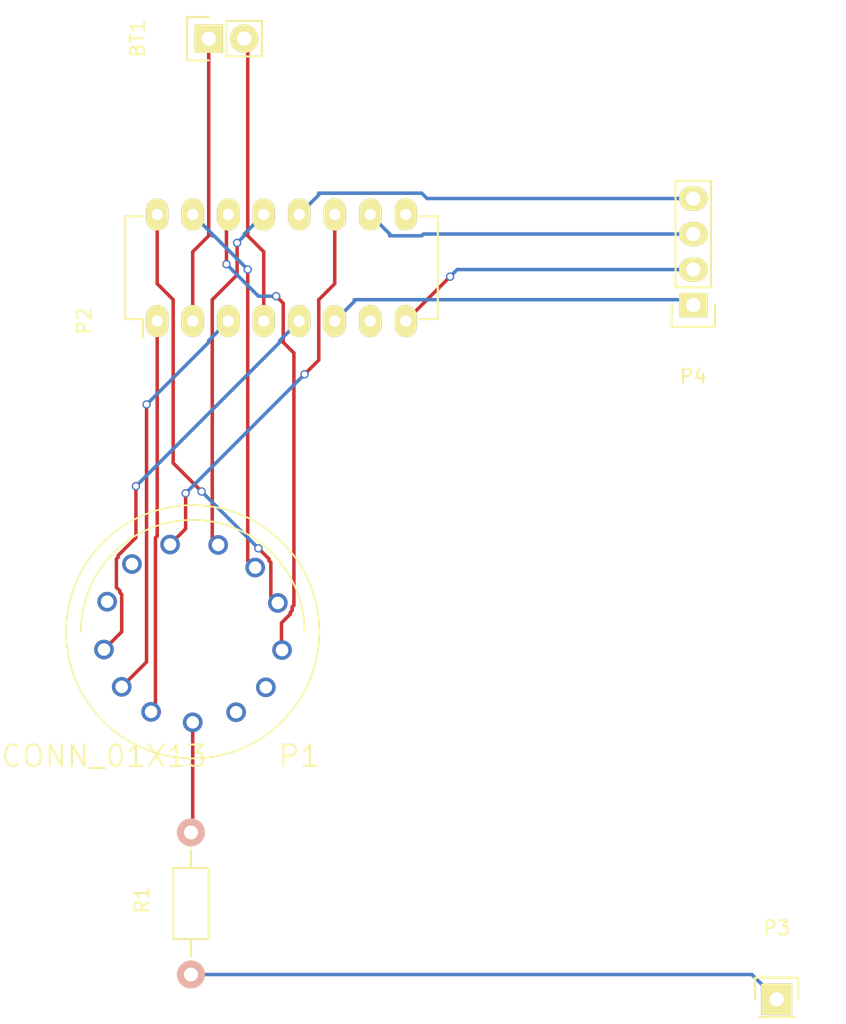
<source format=kicad_pcb>
(kicad_pcb (version 4) (host pcbnew 4.0.4-stable)

  (general
    (links 18)
    (no_connects 2)
    (area 218.44 60.706 279.273 134.239)
    (thickness 1.6)
    (drawings 0)
    (tracks 111)
    (zones 0)
    (modules 6)
    (nets 21)
  )

  (page A4)
  (layers
    (0 F.Cu signal)
    (31 B.Cu signal)
    (32 B.Adhes user)
    (33 F.Adhes user)
    (34 B.Paste user)
    (35 F.Paste user)
    (36 B.SilkS user)
    (37 F.SilkS user)
    (38 B.Mask user)
    (39 F.Mask user)
    (40 Dwgs.User user)
    (41 Cmts.User user)
    (42 Eco1.User user)
    (43 Eco2.User user)
    (44 Edge.Cuts user)
    (45 Margin user)
    (46 B.CrtYd user)
    (47 F.CrtYd user)
    (48 B.Fab user)
    (49 F.Fab user)
  )

  (setup
    (last_trace_width 0.25)
    (trace_clearance 0.2)
    (zone_clearance 0.508)
    (zone_45_only no)
    (trace_min 0.2)
    (segment_width 0.2)
    (edge_width 0.15)
    (via_size 0.6)
    (via_drill 0.4)
    (via_min_size 0.4)
    (via_min_drill 0.3)
    (uvia_size 0.3)
    (uvia_drill 0.1)
    (uvias_allowed no)
    (uvia_min_size 0.2)
    (uvia_min_drill 0.1)
    (pcb_text_width 0.3)
    (pcb_text_size 1.5 1.5)
    (mod_edge_width 0.15)
    (mod_text_size 1 1)
    (mod_text_width 0.15)
    (pad_size 1.524 1.524)
    (pad_drill 0.762)
    (pad_to_mask_clearance 0.2)
    (aux_axis_origin 0 0)
    (visible_elements FFFFFF7F)
    (pcbplotparams
      (layerselection 0x00030_80000001)
      (usegerberextensions false)
      (excludeedgelayer true)
      (linewidth 0.100000)
      (plotframeref false)
      (viasonmask false)
      (mode 1)
      (useauxorigin false)
      (hpglpennumber 1)
      (hpglpenspeed 20)
      (hpglpendiameter 15)
      (hpglpenoverlay 2)
      (psnegative false)
      (psa4output false)
      (plotreference true)
      (plotvalue true)
      (plotinvisibletext false)
      (padsonsilk false)
      (subtractmaskfromsilk false)
      (outputformat 1)
      (mirror false)
      (drillshape 1)
      (scaleselection 1)
      (outputdirectory ""))
  )

  (net 0 "")
  (net 1 "Net-(BT1-Pad1)")
  (net 2 "Net-(BT1-Pad2)")
  (net 3 "Net-(P1-Pad9)")
  (net 4 "Net-(P1-Pad8)")
  (net 5 "Net-(P1-Pad11)")
  (net 6 "Net-(P1-Pad10)")
  (net 7 "Net-(P1-Pad6)")
  (net 8 "Net-(P1-Pad5)")
  (net 9 "Net-(P1-Pad1)")
  (net 10 "Net-(P1-Pad3)")
  (net 11 "Net-(P1-Pad4)")
  (net 12 "Net-(P1-Pad12)")
  (net 13 "Net-(P1-Pad2)")
  (net 14 "Net-(P1-Pad7)")
  (net 15 "Net-(P1-Pad13)")
  (net 16 "Net-(P2-Pad6)")
  (net 17 "Net-(P2-Pad8)")
  (net 18 "Net-(P2-Pad10)")
  (net 19 "Net-(P2-Pad12)")
  (net 20 "Net-(P3-Pad1)")

  (net_class Default "Esta é a classe de net default."
    (clearance 0.2)
    (trace_width 0.25)
    (via_dia 0.6)
    (via_drill 0.4)
    (uvia_dia 0.3)
    (uvia_drill 0.1)
    (add_net "Net-(BT1-Pad1)")
    (add_net "Net-(BT1-Pad2)")
    (add_net "Net-(P1-Pad1)")
    (add_net "Net-(P1-Pad10)")
    (add_net "Net-(P1-Pad11)")
    (add_net "Net-(P1-Pad12)")
    (add_net "Net-(P1-Pad13)")
    (add_net "Net-(P1-Pad2)")
    (add_net "Net-(P1-Pad3)")
    (add_net "Net-(P1-Pad4)")
    (add_net "Net-(P1-Pad5)")
    (add_net "Net-(P1-Pad6)")
    (add_net "Net-(P1-Pad7)")
    (add_net "Net-(P1-Pad8)")
    (add_net "Net-(P1-Pad9)")
    (add_net "Net-(P2-Pad10)")
    (add_net "Net-(P2-Pad12)")
    (add_net "Net-(P2-Pad6)")
    (add_net "Net-(P2-Pad8)")
    (add_net "Net-(P3-Pad1)")
  )

  (module Pin_Headers:Pin_Header_Straight_1x02 (layer F.Cu) (tedit 54EA090C) (tstamp 57F6B7CF)
    (at 233.553 63.627 90)
    (descr "Through hole pin header")
    (tags "pin header")
    (path /57F5A8E5)
    (fp_text reference BT1 (at 0 -5.1 90) (layer F.SilkS)
      (effects (font (size 1 1) (thickness 0.15)))
    )
    (fp_text value Battery (at 0 -3.1 90) (layer F.Fab)
      (effects (font (size 1 1) (thickness 0.15)))
    )
    (fp_line (start 1.27 1.27) (end 1.27 3.81) (layer F.SilkS) (width 0.15))
    (fp_line (start 1.55 -1.55) (end 1.55 0) (layer F.SilkS) (width 0.15))
    (fp_line (start -1.75 -1.75) (end -1.75 4.3) (layer F.CrtYd) (width 0.05))
    (fp_line (start 1.75 -1.75) (end 1.75 4.3) (layer F.CrtYd) (width 0.05))
    (fp_line (start -1.75 -1.75) (end 1.75 -1.75) (layer F.CrtYd) (width 0.05))
    (fp_line (start -1.75 4.3) (end 1.75 4.3) (layer F.CrtYd) (width 0.05))
    (fp_line (start 1.27 1.27) (end -1.27 1.27) (layer F.SilkS) (width 0.15))
    (fp_line (start -1.55 0) (end -1.55 -1.55) (layer F.SilkS) (width 0.15))
    (fp_line (start -1.55 -1.55) (end 1.55 -1.55) (layer F.SilkS) (width 0.15))
    (fp_line (start -1.27 1.27) (end -1.27 3.81) (layer F.SilkS) (width 0.15))
    (fp_line (start -1.27 3.81) (end 1.27 3.81) (layer F.SilkS) (width 0.15))
    (pad 1 thru_hole rect (at 0 0 90) (size 2.032 2.032) (drill 1.016) (layers *.Cu *.Mask F.SilkS)
      (net 1 "Net-(BT1-Pad1)"))
    (pad 2 thru_hole oval (at 0 2.54 90) (size 2.032 2.032) (drill 1.016) (layers *.Cu *.Mask F.SilkS)
      (net 2 "Net-(BT1-Pad2)"))
    (model Pin_Headers.3dshapes/Pin_Header_Straight_1x02.wrl
      (at (xyz 0 -0.05 0))
      (scale (xyz 1 1 1))
      (rotate (xyz 0 0 90))
    )
  )

  (module in14:IN-14-mod (layer F.Cu) (tedit 549D7016) (tstamp 57F6B7E2)
    (at 232.41 106.045)
    (descr "IN-14 Nixie")
    (path /57F5A7EA)
    (fp_text reference P1 (at 7.62 8.89) (layer F.SilkS)
      (effects (font (thickness 0.15)))
    )
    (fp_text value CONN_01X13 (at -6.35 8.89) (layer F.SilkS)
      (effects (font (thickness 0.15)))
    )
    (fp_arc (start 0 0) (end -8 0) (angle 180) (layer F.SilkS) (width 0.127))
    (fp_circle (center 0 0) (end 9.0553 0) (layer F.SilkS) (width 0.127))
    (pad 9 thru_hole circle (at -4.348 -4.846) (size 1.408 1.408) (drill 0.9) (layers *.Cu *.Mask)
      (net 3 "Net-(P1-Pad9)"))
    (pad 8 thru_hole circle (at -1.621 -6.243 180) (size 1.408 1.408) (drill 0.9) (layers *.Cu *.Mask)
      (net 4 "Net-(P1-Pad8)"))
    (pad 11 thru_hole circle (at -6.35 1.27) (size 1.408 1.408) (drill 0.9) (layers *.Cu *.Mask)
      (net 5 "Net-(P1-Pad11)"))
    (pad 10 thru_hole circle (at -6.12 -2.154) (size 1.408 1.408) (drill 0.9) (layers *.Cu *.Mask)
      (net 6 "Net-(P1-Pad10)"))
    (pad 6 thru_hole circle (at 4.469 -4.594) (size 1.408 1.408) (drill 0.9) (layers *.Cu *.Mask)
      (net 7 "Net-(P1-Pad6)"))
    (pad 5 thru_hole circle (at 6.089 -2.063) (size 1.408 1.408) (drill 0.9) (layers *.Cu *.Mask)
      (net 8 "Net-(P1-Pad5)"))
    (pad 1 thru_hole circle (at 0 6.477) (size 1.408 1.408) (drill 0.9) (layers *.Cu *.Mask)
      (net 9 "Net-(P1-Pad1)"))
    (pad 3 thru_hole circle (at 5.232 3.973) (size 1.408 1.408) (drill 0.9) (layers *.Cu *.Mask)
      (net 10 "Net-(P1-Pad3)"))
    (pad 4 thru_hole circle (at 6.393 1.307) (size 1.408 1.408) (drill 0.9) (layers *.Cu *.Mask)
      (net 11 "Net-(P1-Pad4)"))
    (pad 12 thru_hole circle (at -5.08 3.937) (size 1.408 1.408) (drill 0.9) (layers *.Cu *.Mask)
      (net 12 "Net-(P1-Pad12)"))
    (pad 2 thru_hole circle (at 3.104 5.752) (size 1.408 1.408) (drill 0.9) (layers *.Cu *.Mask)
      (net 13 "Net-(P1-Pad2)"))
    (pad 7 thru_hole circle (at 1.822 -6.213 180) (size 1.408 1.408) (drill 0.9) (layers *.Cu *.Mask)
      (net 14 "Net-(P1-Pad7)"))
    (pad 13 thru_hole circle (at -2.978 5.725) (size 1.408 1.408) (drill 0.9) (layers *.Cu *.Mask)
      (net 15 "Net-(P1-Pad13)"))
  )

  (module Housings_DIP:DIP-16_W7.62mm_LongPads (layer F.Cu) (tedit 54130A77) (tstamp 57F6B801)
    (at 229.87 83.82 90)
    (descr "16-lead dip package, row spacing 7.62 mm (300 mils), longer pads")
    (tags "dil dip 2.54 300")
    (path /57F5A9BE)
    (fp_text reference P2 (at 0 -5.22 90) (layer F.SilkS)
      (effects (font (size 1 1) (thickness 0.15)))
    )
    (fp_text value CONN_02X08 (at 0 -3.72 90) (layer F.Fab)
      (effects (font (size 1 1) (thickness 0.15)))
    )
    (fp_line (start -1.4 -2.45) (end -1.4 20.25) (layer F.CrtYd) (width 0.05))
    (fp_line (start 9 -2.45) (end 9 20.25) (layer F.CrtYd) (width 0.05))
    (fp_line (start -1.4 -2.45) (end 9 -2.45) (layer F.CrtYd) (width 0.05))
    (fp_line (start -1.4 20.25) (end 9 20.25) (layer F.CrtYd) (width 0.05))
    (fp_line (start 0.135 -2.295) (end 0.135 -1.025) (layer F.SilkS) (width 0.15))
    (fp_line (start 7.485 -2.295) (end 7.485 -1.025) (layer F.SilkS) (width 0.15))
    (fp_line (start 7.485 20.075) (end 7.485 18.805) (layer F.SilkS) (width 0.15))
    (fp_line (start 0.135 20.075) (end 0.135 18.805) (layer F.SilkS) (width 0.15))
    (fp_line (start 0.135 -2.295) (end 7.485 -2.295) (layer F.SilkS) (width 0.15))
    (fp_line (start 0.135 20.075) (end 7.485 20.075) (layer F.SilkS) (width 0.15))
    (fp_line (start 0.135 -1.025) (end -1.15 -1.025) (layer F.SilkS) (width 0.15))
    (pad 1 thru_hole oval (at 0 0 90) (size 2.3 1.6) (drill 0.8) (layers *.Cu *.Mask F.SilkS)
      (net 15 "Net-(P1-Pad13)"))
    (pad 2 thru_hole oval (at 0 2.54 90) (size 2.3 1.6) (drill 0.8) (layers *.Cu *.Mask F.SilkS)
      (net 1 "Net-(BT1-Pad1)"))
    (pad 3 thru_hole oval (at 0 5.08 90) (size 2.3 1.6) (drill 0.8) (layers *.Cu *.Mask F.SilkS)
      (net 12 "Net-(P1-Pad12)"))
    (pad 4 thru_hole oval (at 0 7.62 90) (size 2.3 1.6) (drill 0.8) (layers *.Cu *.Mask F.SilkS)
      (net 2 "Net-(BT1-Pad2)"))
    (pad 5 thru_hole oval (at 0 10.16 90) (size 2.3 1.6) (drill 0.8) (layers *.Cu *.Mask F.SilkS)
      (net 5 "Net-(P1-Pad11)"))
    (pad 6 thru_hole oval (at 0 12.7 90) (size 2.3 1.6) (drill 0.8) (layers *.Cu *.Mask F.SilkS)
      (net 16 "Net-(P2-Pad6)"))
    (pad 7 thru_hole oval (at 0 15.24 90) (size 2.3 1.6) (drill 0.8) (layers *.Cu *.Mask F.SilkS)
      (net 6 "Net-(P1-Pad10)"))
    (pad 8 thru_hole oval (at 0 17.78 90) (size 2.3 1.6) (drill 0.8) (layers *.Cu *.Mask F.SilkS)
      (net 17 "Net-(P2-Pad8)"))
    (pad 9 thru_hole oval (at 7.62 17.78 90) (size 2.3 1.6) (drill 0.8) (layers *.Cu *.Mask F.SilkS)
      (net 3 "Net-(P1-Pad9)"))
    (pad 10 thru_hole oval (at 7.62 15.24 90) (size 2.3 1.6) (drill 0.8) (layers *.Cu *.Mask F.SilkS)
      (net 18 "Net-(P2-Pad10)"))
    (pad 11 thru_hole oval (at 7.62 12.7 90) (size 2.3 1.6) (drill 0.8) (layers *.Cu *.Mask F.SilkS)
      (net 4 "Net-(P1-Pad8)"))
    (pad 12 thru_hole oval (at 7.62 10.16 90) (size 2.3 1.6) (drill 0.8) (layers *.Cu *.Mask F.SilkS)
      (net 19 "Net-(P2-Pad12)"))
    (pad 13 thru_hole oval (at 7.62 7.62 90) (size 2.3 1.6) (drill 0.8) (layers *.Cu *.Mask F.SilkS)
      (net 14 "Net-(P1-Pad7)"))
    (pad 14 thru_hole oval (at 7.62 5.08 90) (size 2.3 1.6) (drill 0.8) (layers *.Cu *.Mask F.SilkS)
      (net 11 "Net-(P1-Pad4)"))
    (pad 15 thru_hole oval (at 7.62 2.54 90) (size 2.3 1.6) (drill 0.8) (layers *.Cu *.Mask F.SilkS)
      (net 7 "Net-(P1-Pad6)"))
    (pad 16 thru_hole oval (at 7.62 0 90) (size 2.3 1.6) (drill 0.8) (layers *.Cu *.Mask F.SilkS)
      (net 8 "Net-(P1-Pad5)"))
    (model Housings_DIP.3dshapes/DIP-16_W7.62mm_LongPads.wrl
      (at (xyz 0 0 0))
      (scale (xyz 1 1 1))
      (rotate (xyz 0 0 0))
    )
  )

  (module Pin_Headers:Pin_Header_Straight_1x01 (layer F.Cu) (tedit 54EA08DC) (tstamp 57F6B80E)
    (at 274.193 132.334)
    (descr "Through hole pin header")
    (tags "pin header")
    (path /57F654D9)
    (fp_text reference P3 (at 0 -5.1) (layer F.SilkS)
      (effects (font (size 1 1) (thickness 0.15)))
    )
    (fp_text value CONN_01X01 (at 0 -3.1) (layer F.Fab)
      (effects (font (size 1 1) (thickness 0.15)))
    )
    (fp_line (start 1.55 -1.55) (end 1.55 0) (layer F.SilkS) (width 0.15))
    (fp_line (start -1.75 -1.75) (end -1.75 1.75) (layer F.CrtYd) (width 0.05))
    (fp_line (start 1.75 -1.75) (end 1.75 1.75) (layer F.CrtYd) (width 0.05))
    (fp_line (start -1.75 -1.75) (end 1.75 -1.75) (layer F.CrtYd) (width 0.05))
    (fp_line (start -1.75 1.75) (end 1.75 1.75) (layer F.CrtYd) (width 0.05))
    (fp_line (start -1.55 0) (end -1.55 -1.55) (layer F.SilkS) (width 0.15))
    (fp_line (start -1.55 -1.55) (end 1.55 -1.55) (layer F.SilkS) (width 0.15))
    (fp_line (start -1.27 1.27) (end 1.27 1.27) (layer F.SilkS) (width 0.15))
    (pad 1 thru_hole rect (at 0 0) (size 2.2352 2.2352) (drill 1.016) (layers *.Cu *.Mask F.SilkS)
      (net 20 "Net-(P3-Pad1)"))
    (model Pin_Headers.3dshapes/Pin_Header_Straight_1x01.wrl
      (at (xyz 0 0 0))
      (scale (xyz 1 1 1))
      (rotate (xyz 0 0 90))
    )
  )

  (module Pin_Headers:Pin_Header_Straight_1x04 (layer F.Cu) (tedit 0) (tstamp 57F6B821)
    (at 268.224 82.677 180)
    (descr "Through hole pin header")
    (tags "pin header")
    (path /57F5B03C)
    (fp_text reference P4 (at 0 -5.1 180) (layer F.SilkS)
      (effects (font (size 1 1) (thickness 0.15)))
    )
    (fp_text value CONN_01X04 (at 0 -3.1 180) (layer F.Fab)
      (effects (font (size 1 1) (thickness 0.15)))
    )
    (fp_line (start -1.75 -1.75) (end -1.75 9.4) (layer F.CrtYd) (width 0.05))
    (fp_line (start 1.75 -1.75) (end 1.75 9.4) (layer F.CrtYd) (width 0.05))
    (fp_line (start -1.75 -1.75) (end 1.75 -1.75) (layer F.CrtYd) (width 0.05))
    (fp_line (start -1.75 9.4) (end 1.75 9.4) (layer F.CrtYd) (width 0.05))
    (fp_line (start -1.27 1.27) (end -1.27 8.89) (layer F.SilkS) (width 0.15))
    (fp_line (start 1.27 1.27) (end 1.27 8.89) (layer F.SilkS) (width 0.15))
    (fp_line (start 1.55 -1.55) (end 1.55 0) (layer F.SilkS) (width 0.15))
    (fp_line (start -1.27 8.89) (end 1.27 8.89) (layer F.SilkS) (width 0.15))
    (fp_line (start 1.27 1.27) (end -1.27 1.27) (layer F.SilkS) (width 0.15))
    (fp_line (start -1.55 0) (end -1.55 -1.55) (layer F.SilkS) (width 0.15))
    (fp_line (start -1.55 -1.55) (end 1.55 -1.55) (layer F.SilkS) (width 0.15))
    (pad 1 thru_hole rect (at 0 0 180) (size 2.032 1.7272) (drill 1.016) (layers *.Cu *.Mask F.SilkS)
      (net 16 "Net-(P2-Pad6)"))
    (pad 2 thru_hole oval (at 0 2.54 180) (size 2.032 1.7272) (drill 1.016) (layers *.Cu *.Mask F.SilkS)
      (net 17 "Net-(P2-Pad8)"))
    (pad 3 thru_hole oval (at 0 5.08 180) (size 2.032 1.7272) (drill 1.016) (layers *.Cu *.Mask F.SilkS)
      (net 18 "Net-(P2-Pad10)"))
    (pad 4 thru_hole oval (at 0 7.62 180) (size 2.032 1.7272) (drill 1.016) (layers *.Cu *.Mask F.SilkS)
      (net 19 "Net-(P2-Pad12)"))
    (model Pin_Headers.3dshapes/Pin_Header_Straight_1x04.wrl
      (at (xyz 0 -0.15 0))
      (scale (xyz 1 1 1))
      (rotate (xyz 0 0 90))
    )
  )

  (module Resistors_ThroughHole:Resistor_Horizontal_RM10mm (layer F.Cu) (tedit 56648415) (tstamp 57F6B831)
    (at 232.283 130.556 90)
    (descr "Resistor, Axial,  RM 10mm, 1/3W")
    (tags "Resistor Axial RM 10mm 1/3W")
    (path /57F5B280)
    (fp_text reference R1 (at 5.32892 -3.50012 90) (layer F.SilkS)
      (effects (font (size 1 1) (thickness 0.15)))
    )
    (fp_text value R (at 5.08 3.81 90) (layer F.Fab)
      (effects (font (size 1 1) (thickness 0.15)))
    )
    (fp_line (start -1.25 -1.5) (end 11.4 -1.5) (layer F.CrtYd) (width 0.05))
    (fp_line (start -1.25 1.5) (end -1.25 -1.5) (layer F.CrtYd) (width 0.05))
    (fp_line (start 11.4 -1.5) (end 11.4 1.5) (layer F.CrtYd) (width 0.05))
    (fp_line (start -1.25 1.5) (end 11.4 1.5) (layer F.CrtYd) (width 0.05))
    (fp_line (start 2.54 -1.27) (end 7.62 -1.27) (layer F.SilkS) (width 0.15))
    (fp_line (start 7.62 -1.27) (end 7.62 1.27) (layer F.SilkS) (width 0.15))
    (fp_line (start 7.62 1.27) (end 2.54 1.27) (layer F.SilkS) (width 0.15))
    (fp_line (start 2.54 1.27) (end 2.54 -1.27) (layer F.SilkS) (width 0.15))
    (fp_line (start 2.54 0) (end 1.27 0) (layer F.SilkS) (width 0.15))
    (fp_line (start 7.62 0) (end 8.89 0) (layer F.SilkS) (width 0.15))
    (pad 1 thru_hole circle (at 0 0 90) (size 1.99898 1.99898) (drill 1.00076) (layers *.Cu *.SilkS *.Mask)
      (net 20 "Net-(P3-Pad1)"))
    (pad 2 thru_hole circle (at 10.16 0 90) (size 1.99898 1.99898) (drill 1.00076) (layers *.Cu *.SilkS *.Mask)
      (net 9 "Net-(P1-Pad1)"))
    (model Resistors_ThroughHole.3dshapes/Resistor_Horizontal_RM10mm.wrl
      (at (xyz 0.2 0 0))
      (scale (xyz 0.4 0.4 0.4))
      (rotate (xyz 0 0 0))
    )
  )

  (segment (start 233.553 63.627) (end 233.553 77.724) (width 0.25) (layer F.Cu) (net 1) (status 80000))
  (segment (start 233.553 77.724) (end 232.41 78.867) (width 0.25) (layer F.Cu) (net 1) (status 80000))
  (segment (start 232.41 78.867) (end 232.41 83.82) (width 0.25) (layer F.Cu) (net 1) (status 80000))
  (segment (start 236.093 63.627) (end 236.347 63.881) (width 0.25) (layer F.Cu) (net 2) (status 80000))
  (segment (start 236.347 63.881) (end 236.347 77.724) (width 0.25) (layer F.Cu) (net 2) (status 80000))
  (segment (start 236.347 77.724) (end 237.49 78.867) (width 0.25) (layer F.Cu) (net 2) (status 80000))
  (segment (start 237.49 78.867) (end 237.49 83.82) (width 0.25) (layer F.Cu) (net 2) (status 80000))
  (segment (start 230.789 99.802) (end 230.759 99.822) (width 0.25) (layer F.Cu) (net 4) (status 80000))
  (segment (start 230.759 99.822) (end 231.902 98.679) (width 0.25) (layer F.Cu) (net 4) (status 80000))
  (segment (start 231.902 98.679) (end 231.902 96.139) (width 0.25) (layer F.Cu) (net 4) (status 80000))
  (via (at 231.902 96.139) (size 0.6) (layers F.Cu B.Cu) (net 4) (status 80000))
  (segment (start 231.902 96.139) (end 240.411 87.63) (width 0.25) (layer B.Cu) (net 4) (status 80000))
  (via (at 240.411 87.63) (size 0.6) (layers F.Cu B.Cu) (net 4) (status 80000))
  (segment (start 240.411 87.63) (end 241.427 86.614) (width 0.25) (layer F.Cu) (net 4) (status 80000))
  (segment (start 241.427 86.614) (end 241.427 82.296) (width 0.25) (layer F.Cu) (net 4) (status 80000))
  (segment (start 241.427 82.296) (end 242.57 81.153) (width 0.25) (layer F.Cu) (net 4) (status 80000))
  (segment (start 242.57 81.153) (end 242.57 76.2) (width 0.25) (layer F.Cu) (net 4) (status 80000))
  (segment (start 226.06 107.315) (end 227.33 106.045) (width 0.25) (layer F.Cu) (net 5) (status 80000))
  (segment (start 227.33 106.045) (end 227.33 103.378) (width 0.25) (layer F.Cu) (net 5) (status 80000))
  (segment (start 227.33 103.378) (end 227.203 103.251) (width 0.25) (layer F.Cu) (net 5) (status 80000))
  (segment (start 227.203 103.251) (end 227.203 103.124) (width 0.25) (layer F.Cu) (net 5) (status 80000))
  (segment (start 227.203 103.124) (end 226.949 102.87) (width 0.25) (layer F.Cu) (net 5) (status 80000))
  (segment (start 226.949 102.87) (end 226.949 100.838) (width 0.25) (layer F.Cu) (net 5) (status 80000))
  (segment (start 226.949 100.838) (end 227.076 100.711) (width 0.25) (layer F.Cu) (net 5) (status 80000))
  (segment (start 227.076 100.711) (end 227.076 100.584) (width 0.25) (layer F.Cu) (net 5) (status 80000))
  (segment (start 227.076 100.584) (end 228.346 99.314) (width 0.25) (layer F.Cu) (net 5) (status 80000))
  (segment (start 228.346 99.314) (end 228.346 95.631) (width 0.25) (layer F.Cu) (net 5) (status 80000))
  (via (at 228.346 95.631) (size 0.6) (layers F.Cu B.Cu) (net 5) (status 80000))
  (segment (start 228.346 95.631) (end 238.633 85.344) (width 0.25) (layer B.Cu) (net 5) (status 80000))
  (segment (start 238.633 85.344) (end 238.633 85.217) (width 0.25) (layer B.Cu) (net 5) (status 80000))
  (segment (start 238.633 85.217) (end 240.03 83.82) (width 0.25) (layer B.Cu) (net 5) (status 80000))
  (segment (start 236.879 101.451) (end 236.855 101.473) (width 0.25) (layer F.Cu) (net 7) (status 80000))
  (segment (start 236.855 101.473) (end 236.347 100.965) (width 0.25) (layer F.Cu) (net 7) (status 80000))
  (segment (start 236.347 100.965) (end 236.347 80.137) (width 0.25) (layer F.Cu) (net 7) (status 80000))
  (via (at 236.347 80.137) (size 0.6) (layers F.Cu B.Cu) (net 7) (status 80000))
  (segment (start 236.347 80.137) (end 233.934 77.724) (width 0.25) (layer B.Cu) (net 7) (status 80000))
  (segment (start 233.934 77.724) (end 233.807 77.724) (width 0.25) (layer B.Cu) (net 7) (status 80000))
  (segment (start 233.807 77.724) (end 233.807 77.597) (width 0.25) (layer B.Cu) (net 7) (status 80000))
  (segment (start 233.807 77.597) (end 232.41 76.2) (width 0.25) (layer B.Cu) (net 7) (status 80000))
  (segment (start 238.499 103.982) (end 238.506 104.013) (width 0.25) (layer F.Cu) (net 8) (status 80000))
  (segment (start 238.506 104.013) (end 237.998 103.505) (width 0.25) (layer F.Cu) (net 8) (status 80000))
  (segment (start 237.998 103.505) (end 237.998 101.092) (width 0.25) (layer F.Cu) (net 8) (status 80000))
  (segment (start 237.998 101.092) (end 237.871 100.965) (width 0.25) (layer F.Cu) (net 8) (status 80000))
  (segment (start 237.871 100.965) (end 237.871 100.838) (width 0.25) (layer F.Cu) (net 8) (status 80000))
  (segment (start 237.871 100.838) (end 237.109 100.076) (width 0.25) (layer F.Cu) (net 8) (status 80000))
  (via (at 237.109 100.076) (size 0.6) (layers F.Cu B.Cu) (net 8) (status 80000))
  (segment (start 237.109 100.076) (end 233.045 96.012) (width 0.25) (layer B.Cu) (net 8) (status 80000))
  (via (at 233.045 96.012) (size 0.6) (layers F.Cu B.Cu) (net 8) (status 80000))
  (segment (start 233.045 96.012) (end 231.013 93.98) (width 0.25) (layer F.Cu) (net 8) (status 80000))
  (segment (start 231.013 93.98) (end 231.013 82.296) (width 0.25) (layer F.Cu) (net 8) (status 80000))
  (segment (start 231.013 82.296) (end 229.87 81.153) (width 0.25) (layer F.Cu) (net 8) (status 80000))
  (segment (start 229.87 81.153) (end 229.87 76.2) (width 0.25) (layer F.Cu) (net 8) (status 80000))
  (segment (start 232.283 120.396) (end 232.41 120.269) (width 0.25) (layer F.Cu) (net 9) (status 80000))
  (segment (start 232.41 120.269) (end 232.41 112.522) (width 0.25) (layer F.Cu) (net 9) (status 80000))
  (segment (start 234.95 76.2) (end 234.823 76.327) (width 0.25) (layer F.Cu) (net 11) (status 80000))
  (segment (start 234.823 76.327) (end 234.823 79.756) (width 0.25) (layer F.Cu) (net 11) (status 80000))
  (via (at 234.823 79.756) (size 0.6) (layers F.Cu B.Cu) (net 11) (status 80000))
  (segment (start 234.823 79.756) (end 237.109 82.042) (width 0.25) (layer B.Cu) (net 11) (status 80000))
  (segment (start 237.109 82.042) (end 238.379 82.042) (width 0.25) (layer B.Cu) (net 11) (status 80000))
  (via (at 238.379 82.042) (size 0.6) (layers F.Cu B.Cu) (net 11) (status 80000))
  (segment (start 238.379 82.042) (end 238.887 82.55) (width 0.25) (layer F.Cu) (net 11) (status 80000))
  (segment (start 238.887 82.55) (end 238.887 85.344) (width 0.25) (layer F.Cu) (net 11) (status 80000))
  (segment (start 238.887 85.344) (end 239.649 86.106) (width 0.25) (layer F.Cu) (net 11) (status 80000))
  (segment (start 239.649 86.106) (end 239.649 104.14) (width 0.25) (layer F.Cu) (net 11) (status 80000))
  (segment (start 239.649 104.14) (end 239.522 104.267) (width 0.25) (layer F.Cu) (net 11) (status 80000))
  (segment (start 239.522 104.267) (end 239.522 104.521) (width 0.25) (layer F.Cu) (net 11) (status 80000))
  (segment (start 239.522 104.521) (end 239.395 104.648) (width 0.25) (layer F.Cu) (net 11) (status 80000))
  (segment (start 239.395 104.648) (end 239.395 104.775) (width 0.25) (layer F.Cu) (net 11) (status 80000))
  (segment (start 239.395 104.775) (end 238.76 105.41) (width 0.25) (layer F.Cu) (net 11) (status 80000))
  (segment (start 238.76 105.41) (end 238.76 107.315) (width 0.25) (layer F.Cu) (net 11) (status 80000))
  (segment (start 238.76 107.315) (end 238.803 107.352) (width 0.25) (layer F.Cu) (net 11) (tstamp 57F6B9B0) (status 80000))
  (segment (start 227.33 109.982) (end 229.108 108.204) (width 0.25) (layer F.Cu) (net 12) (status 80000))
  (segment (start 229.108 108.204) (end 229.108 89.789) (width 0.25) (layer F.Cu) (net 12) (status 80000))
  (via (at 229.108 89.789) (size 0.6) (layers F.Cu B.Cu) (net 12) (status 80000))
  (segment (start 229.108 89.789) (end 233.553 85.344) (width 0.25) (layer B.Cu) (net 12) (status 80000))
  (segment (start 233.553 85.344) (end 233.553 85.217) (width 0.25) (layer B.Cu) (net 12) (status 80000))
  (segment (start 233.553 85.217) (end 234.95 83.82) (width 0.25) (layer B.Cu) (net 12) (status 80000))
  (segment (start 234.232 99.832) (end 234.188 99.822) (width 0.25) (layer F.Cu) (net 14) (status 80000))
  (segment (start 234.188 99.822) (end 233.807 99.441) (width 0.25) (layer F.Cu) (net 14) (status 80000))
  (segment (start 233.807 99.441) (end 233.807 82.296) (width 0.25) (layer F.Cu) (net 14) (status 80000))
  (segment (start 233.807 82.296) (end 235.585 80.518) (width 0.25) (layer F.Cu) (net 14) (status 80000))
  (segment (start 235.585 80.518) (end 235.585 78.232) (width 0.25) (layer F.Cu) (net 14) (status 80000))
  (via (at 235.585 78.232) (size 0.6) (layers F.Cu B.Cu) (net 14) (status 80000))
  (segment (start 235.585 78.232) (end 236.093 77.724) (width 0.25) (layer B.Cu) (net 14) (status 80000))
  (segment (start 236.093 77.724) (end 236.093 77.597) (width 0.25) (layer B.Cu) (net 14) (status 80000))
  (segment (start 236.093 77.597) (end 237.49 76.2) (width 0.25) (layer B.Cu) (net 14) (status 80000))
  (segment (start 229.432 111.77) (end 229.489 111.76) (width 0.25) (layer F.Cu) (net 15) (status 80000))
  (segment (start 229.489 111.76) (end 229.743 111.506) (width 0.25) (layer F.Cu) (net 15) (status 80000))
  (segment (start 229.743 111.506) (end 229.743 99.314) (width 0.25) (layer F.Cu) (net 15) (status 80000))
  (segment (start 229.743 99.314) (end 229.87 99.187) (width 0.25) (layer F.Cu) (net 15) (status 80000))
  (segment (start 229.87 99.187) (end 229.87 83.82) (width 0.25) (layer F.Cu) (net 15) (status 80000))
  (segment (start 268.224 82.677) (end 267.843 82.296) (width 0.25) (layer B.Cu) (net 16) (status 80000))
  (segment (start 267.843 82.296) (end 243.967 82.296) (width 0.25) (layer B.Cu) (net 16) (status 80000))
  (segment (start 243.967 82.296) (end 243.967 82.423) (width 0.25) (layer B.Cu) (net 16) (status 80000))
  (segment (start 243.967 82.423) (end 242.57 83.82) (width 0.25) (layer B.Cu) (net 16) (status 80000))
  (segment (start 247.65 83.82) (end 250.825 80.645) (width 0.25) (layer F.Cu) (net 17) (status 80000))
  (via (at 250.825 80.645) (size 0.6) (layers F.Cu B.Cu) (net 17) (status 80000))
  (segment (start 250.825 80.645) (end 251.333 80.137) (width 0.25) (layer B.Cu) (net 17) (status 80000))
  (segment (start 251.333 80.137) (end 268.224 80.137) (width 0.25) (layer B.Cu) (net 17) (status 80000))
  (segment (start 245.11 76.2) (end 246.507 77.597) (width 0.25) (layer B.Cu) (net 18) (status 80000))
  (segment (start 246.507 77.597) (end 246.507 77.724) (width 0.25) (layer B.Cu) (net 18) (status 80000))
  (segment (start 246.507 77.724) (end 248.793 77.724) (width 0.25) (layer B.Cu) (net 18) (status 80000))
  (segment (start 248.793 77.724) (end 248.92 77.597) (width 0.25) (layer B.Cu) (net 18) (status 80000))
  (segment (start 248.92 77.597) (end 268.224 77.597) (width 0.25) (layer B.Cu) (net 18) (status 80000))
  (segment (start 240.03 76.2) (end 241.427 74.803) (width 0.25) (layer B.Cu) (net 19) (status 80000))
  (segment (start 241.427 74.803) (end 241.427 74.676) (width 0.25) (layer B.Cu) (net 19) (status 80000))
  (segment (start 241.427 74.676) (end 248.793 74.676) (width 0.25) (layer B.Cu) (net 19) (status 80000))
  (segment (start 248.793 74.676) (end 249.174 75.057) (width 0.25) (layer B.Cu) (net 19) (status 80000))
  (segment (start 249.174 75.057) (end 268.224 75.057) (width 0.25) (layer B.Cu) (net 19) (status 80000))
  (segment (start 274.193 132.334) (end 272.415 130.556) (width 0.25) (layer B.Cu) (net 20) (status 80000))
  (segment (start 272.415 130.556) (end 232.283 130.556) (width 0.25) (layer B.Cu) (net 20) (status 80000))

)

</source>
